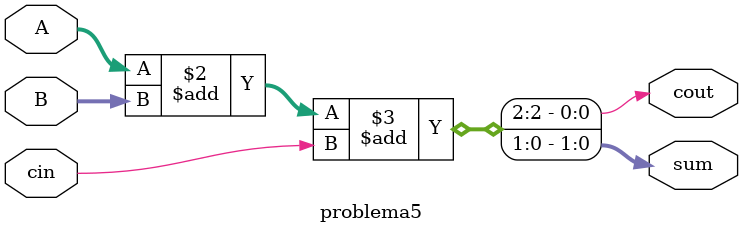
<source format=v>
`timescale 1ns / 1ps
module problema5
#(parameter N=1)
(
	input [N:0] A,
	input [N:0] B,
	input cin,
	output reg [N:0] sum,
	output reg cout
);

always@(*)
begin
	{cout, sum} = A + B + cin;
end

endmodule

</source>
